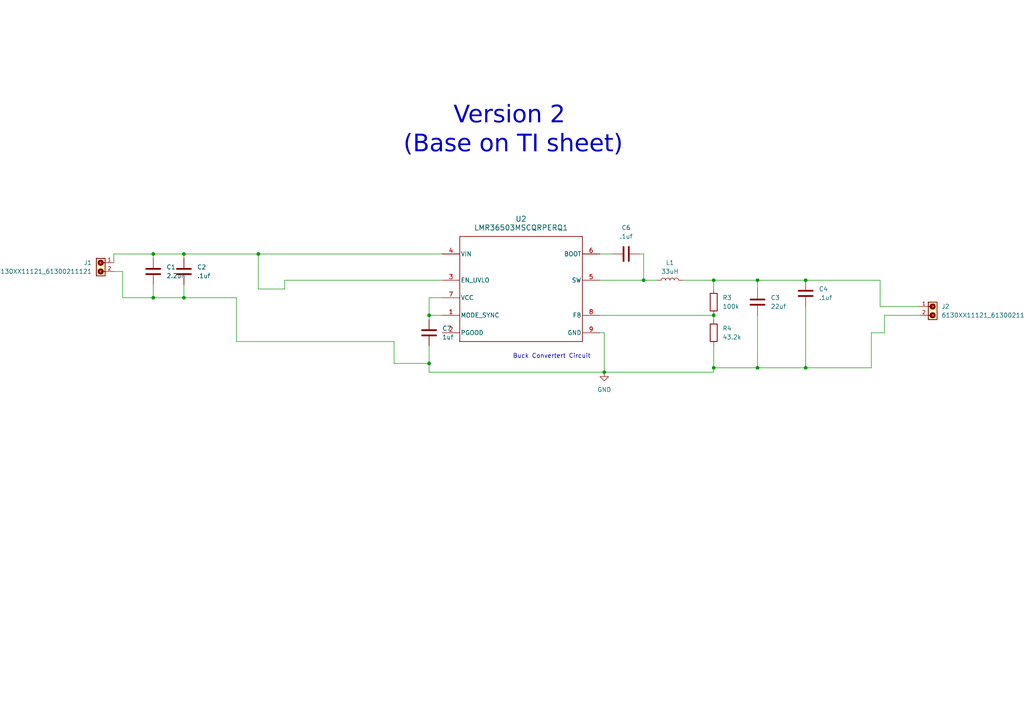
<source format=kicad_sch>
(kicad_sch
	(version 20250114)
	(generator "eeschema")
	(generator_version "9.0")
	(uuid "bdf6257c-2776-4eb2-b9b9-0c404f010e8c")
	(paper "A4")
	(lib_symbols
		(symbol "2025-04-22_21-11-27:LMR36503MSCQRPERQ1"
			(pin_names
				(offset 0.254)
			)
			(exclude_from_sim no)
			(in_bom yes)
			(on_board yes)
			(property "Reference" "U"
				(at 0 2.54 0)
				(effects
					(font
						(size 1.524 1.524)
					)
				)
			)
			(property "Value" "LMR36503MSCQRPERQ1"
				(at 0 0 0)
				(effects
					(font
						(size 1.524 1.524)
					)
				)
			)
			(property "Footprint" "RPE0009A"
				(at 0 0 0)
				(effects
					(font
						(size 1.27 1.27)
						(italic yes)
					)
					(hide yes)
				)
			)
			(property "Datasheet" "LMR36503MSCQRPERQ1"
				(at 0 0 0)
				(effects
					(font
						(size 1.27 1.27)
						(italic yes)
					)
					(hide yes)
				)
			)
			(property "Description" ""
				(at 0 0 0)
				(effects
					(font
						(size 1.27 1.27)
					)
					(hide yes)
				)
			)
			(property "ki_locked" ""
				(at 0 0 0)
				(effects
					(font
						(size 1.27 1.27)
					)
				)
			)
			(property "ki_keywords" "LMR36503MSCQRPERQ1"
				(at 0 0 0)
				(effects
					(font
						(size 1.27 1.27)
					)
					(hide yes)
				)
			)
			(property "ki_fp_filters" "RPE0009A"
				(at 0 0 0)
				(effects
					(font
						(size 1.27 1.27)
					)
					(hide yes)
				)
			)
			(symbol "LMR36503MSCQRPERQ1_0_1"
				(polyline
					(pts
						(xy -17.78 15.24) (xy -17.78 -15.24)
					)
					(stroke
						(width 0.2032)
						(type default)
					)
					(fill
						(type none)
					)
				)
				(polyline
					(pts
						(xy -17.78 -15.24) (xy 17.78 -15.24)
					)
					(stroke
						(width 0.2032)
						(type default)
					)
					(fill
						(type none)
					)
				)
				(polyline
					(pts
						(xy 17.78 15.24) (xy -17.78 15.24)
					)
					(stroke
						(width 0.2032)
						(type default)
					)
					(fill
						(type none)
					)
				)
				(polyline
					(pts
						(xy 17.78 -15.24) (xy 17.78 15.24)
					)
					(stroke
						(width 0.2032)
						(type default)
					)
					(fill
						(type none)
					)
				)
				(pin power_in line
					(at -22.86 10.16 0)
					(length 5.08)
					(name "VIN"
						(effects
							(font
								(size 1.27 1.27)
							)
						)
					)
					(number "4"
						(effects
							(font
								(size 1.27 1.27)
							)
						)
					)
				)
				(pin unspecified line
					(at -22.86 2.54 0)
					(length 5.08)
					(name "EN_UVLO"
						(effects
							(font
								(size 1.27 1.27)
							)
						)
					)
					(number "3"
						(effects
							(font
								(size 1.27 1.27)
							)
						)
					)
				)
				(pin power_in line
					(at -22.86 -2.54 0)
					(length 5.08)
					(name "VCC"
						(effects
							(font
								(size 1.27 1.27)
							)
						)
					)
					(number "7"
						(effects
							(font
								(size 1.27 1.27)
							)
						)
					)
				)
				(pin input line
					(at -22.86 -7.62 0)
					(length 5.08)
					(name "MODE_SYNC"
						(effects
							(font
								(size 1.27 1.27)
							)
						)
					)
					(number "1"
						(effects
							(font
								(size 1.27 1.27)
							)
						)
					)
				)
				(pin output line
					(at -22.86 -12.7 0)
					(length 5.08)
					(name "PGOOD"
						(effects
							(font
								(size 1.27 1.27)
							)
						)
					)
					(number "2"
						(effects
							(font
								(size 1.27 1.27)
							)
						)
					)
				)
				(pin unspecified line
					(at 22.86 10.16 180)
					(length 5.08)
					(name "BOOT"
						(effects
							(font
								(size 1.27 1.27)
							)
						)
					)
					(number "6"
						(effects
							(font
								(size 1.27 1.27)
							)
						)
					)
				)
				(pin power_in line
					(at 22.86 2.54 180)
					(length 5.08)
					(name "SW"
						(effects
							(font
								(size 1.27 1.27)
							)
						)
					)
					(number "5"
						(effects
							(font
								(size 1.27 1.27)
							)
						)
					)
				)
				(pin unspecified line
					(at 22.86 -7.62 180)
					(length 5.08)
					(name "FB"
						(effects
							(font
								(size 1.27 1.27)
							)
						)
					)
					(number "8"
						(effects
							(font
								(size 1.27 1.27)
							)
						)
					)
				)
				(pin power_in line
					(at 22.86 -12.7 180)
					(length 5.08)
					(name "GND"
						(effects
							(font
								(size 1.27 1.27)
							)
						)
					)
					(number "9"
						(effects
							(font
								(size 1.27 1.27)
							)
						)
					)
				)
			)
			(embedded_fonts no)
		)
		(symbol "6130XX11121_61300211121:6130XX11121_61300211121"
			(pin_names
				(offset 1.016)
			)
			(exclude_from_sim no)
			(in_bom yes)
			(on_board yes)
			(property "Reference" "J"
				(at -5.08 -1.778 0)
				(effects
					(font
						(size 1.27 1.27)
					)
					(justify right bottom)
				)
			)
			(property "Value" "6130XX11121_61300211121"
				(at -5.08 -5.08 0)
				(effects
					(font
						(size 1.27 1.27)
					)
					(justify right bottom)
				)
			)
			(property "Footprint" "6130XX11121_61300211121:61300211121"
				(at 0 0 0)
				(effects
					(font
						(size 1.27 1.27)
					)
					(justify bottom)
					(hide yes)
				)
			)
			(property "Datasheet" ""
				(at 0 0 0)
				(effects
					(font
						(size 1.27 1.27)
					)
					(hide yes)
				)
			)
			(property "Description" ""
				(at 0 0 0)
				(effects
					(font
						(size 1.27 1.27)
					)
					(hide yes)
				)
			)
			(symbol "6130XX11121_61300211121_0_0"
				(rectangle
					(start -3.81 -2.54)
					(end 1.27 0)
					(stroke
						(width 0.254)
						(type default)
					)
					(fill
						(type background)
					)
				)
				(circle
					(center -2.54 -1.27)
					(radius 0.254)
					(stroke
						(width 0.635)
						(type default)
					)
					(fill
						(type none)
					)
				)
				(polyline
					(pts
						(xy -2.54 -1.27) (xy -2.54 -2.54)
					)
					(stroke
						(width 0.254)
						(type default)
					)
					(fill
						(type none)
					)
				)
				(polyline
					(pts
						(xy 0 -1.27) (xy 0 -2.54)
					)
					(stroke
						(width 0.254)
						(type default)
					)
					(fill
						(type none)
					)
				)
				(circle
					(center 0 -1.27)
					(radius 0.254)
					(stroke
						(width 0.635)
						(type default)
					)
					(fill
						(type none)
					)
				)
				(pin passive line
					(at -2.54 -5.08 90)
					(length 2.54)
					(name "~"
						(effects
							(font
								(size 1.016 1.016)
							)
						)
					)
					(number "1"
						(effects
							(font
								(size 1.016 1.016)
							)
						)
					)
				)
				(pin passive line
					(at 0 -5.08 90)
					(length 2.54)
					(name "~"
						(effects
							(font
								(size 1.016 1.016)
							)
						)
					)
					(number "2"
						(effects
							(font
								(size 1.016 1.016)
							)
						)
					)
				)
			)
			(embedded_fonts no)
		)
		(symbol "Device:C"
			(pin_numbers
				(hide yes)
			)
			(pin_names
				(offset 0.254)
			)
			(exclude_from_sim no)
			(in_bom yes)
			(on_board yes)
			(property "Reference" "C"
				(at 0.635 2.54 0)
				(effects
					(font
						(size 1.27 1.27)
					)
					(justify left)
				)
			)
			(property "Value" "C"
				(at 0.635 -2.54 0)
				(effects
					(font
						(size 1.27 1.27)
					)
					(justify left)
				)
			)
			(property "Footprint" ""
				(at 0.9652 -3.81 0)
				(effects
					(font
						(size 1.27 1.27)
					)
					(hide yes)
				)
			)
			(property "Datasheet" "~"
				(at 0 0 0)
				(effects
					(font
						(size 1.27 1.27)
					)
					(hide yes)
				)
			)
			(property "Description" "Unpolarized capacitor"
				(at 0 0 0)
				(effects
					(font
						(size 1.27 1.27)
					)
					(hide yes)
				)
			)
			(property "ki_keywords" "cap capacitor"
				(at 0 0 0)
				(effects
					(font
						(size 1.27 1.27)
					)
					(hide yes)
				)
			)
			(property "ki_fp_filters" "C_*"
				(at 0 0 0)
				(effects
					(font
						(size 1.27 1.27)
					)
					(hide yes)
				)
			)
			(symbol "C_0_1"
				(polyline
					(pts
						(xy -2.032 0.762) (xy 2.032 0.762)
					)
					(stroke
						(width 0.508)
						(type default)
					)
					(fill
						(type none)
					)
				)
				(polyline
					(pts
						(xy -2.032 -0.762) (xy 2.032 -0.762)
					)
					(stroke
						(width 0.508)
						(type default)
					)
					(fill
						(type none)
					)
				)
			)
			(symbol "C_1_1"
				(pin passive line
					(at 0 3.81 270)
					(length 2.794)
					(name "~"
						(effects
							(font
								(size 1.27 1.27)
							)
						)
					)
					(number "1"
						(effects
							(font
								(size 1.27 1.27)
							)
						)
					)
				)
				(pin passive line
					(at 0 -3.81 90)
					(length 2.794)
					(name "~"
						(effects
							(font
								(size 1.27 1.27)
							)
						)
					)
					(number "2"
						(effects
							(font
								(size 1.27 1.27)
							)
						)
					)
				)
			)
			(embedded_fonts no)
		)
		(symbol "Device:L"
			(pin_numbers
				(hide yes)
			)
			(pin_names
				(offset 1.016)
				(hide yes)
			)
			(exclude_from_sim no)
			(in_bom yes)
			(on_board yes)
			(property "Reference" "L"
				(at -1.27 0 90)
				(effects
					(font
						(size 1.27 1.27)
					)
				)
			)
			(property "Value" "L"
				(at 1.905 0 90)
				(effects
					(font
						(size 1.27 1.27)
					)
				)
			)
			(property "Footprint" ""
				(at 0 0 0)
				(effects
					(font
						(size 1.27 1.27)
					)
					(hide yes)
				)
			)
			(property "Datasheet" "~"
				(at 0 0 0)
				(effects
					(font
						(size 1.27 1.27)
					)
					(hide yes)
				)
			)
			(property "Description" "Inductor"
				(at 0 0 0)
				(effects
					(font
						(size 1.27 1.27)
					)
					(hide yes)
				)
			)
			(property "ki_keywords" "inductor choke coil reactor magnetic"
				(at 0 0 0)
				(effects
					(font
						(size 1.27 1.27)
					)
					(hide yes)
				)
			)
			(property "ki_fp_filters" "Choke_* *Coil* Inductor_* L_*"
				(at 0 0 0)
				(effects
					(font
						(size 1.27 1.27)
					)
					(hide yes)
				)
			)
			(symbol "L_0_1"
				(arc
					(start 0 2.54)
					(mid 0.6323 1.905)
					(end 0 1.27)
					(stroke
						(width 0)
						(type default)
					)
					(fill
						(type none)
					)
				)
				(arc
					(start 0 1.27)
					(mid 0.6323 0.635)
					(end 0 0)
					(stroke
						(width 0)
						(type default)
					)
					(fill
						(type none)
					)
				)
				(arc
					(start 0 0)
					(mid 0.6323 -0.635)
					(end 0 -1.27)
					(stroke
						(width 0)
						(type default)
					)
					(fill
						(type none)
					)
				)
				(arc
					(start 0 -1.27)
					(mid 0.6323 -1.905)
					(end 0 -2.54)
					(stroke
						(width 0)
						(type default)
					)
					(fill
						(type none)
					)
				)
			)
			(symbol "L_1_1"
				(pin passive line
					(at 0 3.81 270)
					(length 1.27)
					(name "1"
						(effects
							(font
								(size 1.27 1.27)
							)
						)
					)
					(number "1"
						(effects
							(font
								(size 1.27 1.27)
							)
						)
					)
				)
				(pin passive line
					(at 0 -3.81 90)
					(length 1.27)
					(name "2"
						(effects
							(font
								(size 1.27 1.27)
							)
						)
					)
					(number "2"
						(effects
							(font
								(size 1.27 1.27)
							)
						)
					)
				)
			)
			(embedded_fonts no)
		)
		(symbol "Device:R"
			(pin_numbers
				(hide yes)
			)
			(pin_names
				(offset 0)
			)
			(exclude_from_sim no)
			(in_bom yes)
			(on_board yes)
			(property "Reference" "R"
				(at 2.032 0 90)
				(effects
					(font
						(size 1.27 1.27)
					)
				)
			)
			(property "Value" "R"
				(at 0 0 90)
				(effects
					(font
						(size 1.27 1.27)
					)
				)
			)
			(property "Footprint" ""
				(at -1.778 0 90)
				(effects
					(font
						(size 1.27 1.27)
					)
					(hide yes)
				)
			)
			(property "Datasheet" "~"
				(at 0 0 0)
				(effects
					(font
						(size 1.27 1.27)
					)
					(hide yes)
				)
			)
			(property "Description" "Resistor"
				(at 0 0 0)
				(effects
					(font
						(size 1.27 1.27)
					)
					(hide yes)
				)
			)
			(property "ki_keywords" "R res resistor"
				(at 0 0 0)
				(effects
					(font
						(size 1.27 1.27)
					)
					(hide yes)
				)
			)
			(property "ki_fp_filters" "R_*"
				(at 0 0 0)
				(effects
					(font
						(size 1.27 1.27)
					)
					(hide yes)
				)
			)
			(symbol "R_0_1"
				(rectangle
					(start -1.016 -2.54)
					(end 1.016 2.54)
					(stroke
						(width 0.254)
						(type default)
					)
					(fill
						(type none)
					)
				)
			)
			(symbol "R_1_1"
				(pin passive line
					(at 0 3.81 270)
					(length 1.27)
					(name "~"
						(effects
							(font
								(size 1.27 1.27)
							)
						)
					)
					(number "1"
						(effects
							(font
								(size 1.27 1.27)
							)
						)
					)
				)
				(pin passive line
					(at 0 -3.81 90)
					(length 1.27)
					(name "~"
						(effects
							(font
								(size 1.27 1.27)
							)
						)
					)
					(number "2"
						(effects
							(font
								(size 1.27 1.27)
							)
						)
					)
				)
			)
			(embedded_fonts no)
		)
		(symbol "power:GND"
			(power)
			(pin_numbers
				(hide yes)
			)
			(pin_names
				(offset 0)
				(hide yes)
			)
			(exclude_from_sim no)
			(in_bom yes)
			(on_board yes)
			(property "Reference" "#PWR"
				(at 0 -6.35 0)
				(effects
					(font
						(size 1.27 1.27)
					)
					(hide yes)
				)
			)
			(property "Value" "GND"
				(at 0 -3.81 0)
				(effects
					(font
						(size 1.27 1.27)
					)
				)
			)
			(property "Footprint" ""
				(at 0 0 0)
				(effects
					(font
						(size 1.27 1.27)
					)
					(hide yes)
				)
			)
			(property "Datasheet" ""
				(at 0 0 0)
				(effects
					(font
						(size 1.27 1.27)
					)
					(hide yes)
				)
			)
			(property "Description" "Power symbol creates a global label with name \"GND\" , ground"
				(at 0 0 0)
				(effects
					(font
						(size 1.27 1.27)
					)
					(hide yes)
				)
			)
			(property "ki_keywords" "global power"
				(at 0 0 0)
				(effects
					(font
						(size 1.27 1.27)
					)
					(hide yes)
				)
			)
			(symbol "GND_0_1"
				(polyline
					(pts
						(xy 0 0) (xy 0 -1.27) (xy 1.27 -1.27) (xy 0 -2.54) (xy -1.27 -1.27) (xy 0 -1.27)
					)
					(stroke
						(width 0)
						(type default)
					)
					(fill
						(type none)
					)
				)
			)
			(symbol "GND_1_1"
				(pin power_in line
					(at 0 0 270)
					(length 0)
					(name "~"
						(effects
							(font
								(size 1.27 1.27)
							)
						)
					)
					(number "1"
						(effects
							(font
								(size 1.27 1.27)
							)
						)
					)
				)
			)
			(embedded_fonts no)
		)
	)
	(text "Buck Convertert Circuit\n"
		(exclude_from_sim no)
		(at 160.02 103.378 0)
		(effects
			(font
				(size 1.27 1.27)
			)
		)
		(uuid "389fe0d9-fc51-4b79-8ce9-e218063cdb10")
	)
	(text "Version 2 \n(Base on TI sheet)"
		(exclude_from_sim no)
		(at 148.844 39.116 0)
		(effects
			(font
				(face "Comic Sans MS")
				(size 5 5)
			)
		)
		(uuid "f2b5bd0c-81ef-4bfe-84e3-f91a933df5f4")
	)
	(junction
		(at 124.46 91.44)
		(diameter 0)
		(color 0 0 0 0)
		(uuid "03ccab3c-9098-4e52-b3dc-58211f354f8d")
	)
	(junction
		(at 219.71 106.68)
		(diameter 0)
		(color 0 0 0 0)
		(uuid "1eadefb9-637b-4f6a-87c4-05a4122c9a0a")
	)
	(junction
		(at 207.01 81.28)
		(diameter 0)
		(color 0 0 0 0)
		(uuid "3143565e-80bc-4efa-8c18-1fb75d4ec18b")
	)
	(junction
		(at 53.34 86.36)
		(diameter 0)
		(color 0 0 0 0)
		(uuid "35ff5392-4035-4b9a-b9b3-104563ed3889")
	)
	(junction
		(at 124.46 105.41)
		(diameter 0)
		(color 0 0 0 0)
		(uuid "572d2db0-13dd-443e-a53a-689368f8fed0")
	)
	(junction
		(at 44.45 73.66)
		(diameter 0)
		(color 0 0 0 0)
		(uuid "5b95aa0c-1646-43ac-8342-b56f61d5d2e0")
	)
	(junction
		(at 233.68 106.68)
		(diameter 0)
		(color 0 0 0 0)
		(uuid "5be3cc05-a2db-4ab8-96dc-7d6d810ec8bf")
	)
	(junction
		(at 53.34 73.66)
		(diameter 0)
		(color 0 0 0 0)
		(uuid "6e11968a-5cc2-46ca-9f84-ac000e0130de")
	)
	(junction
		(at 207.01 91.44)
		(diameter 0)
		(color 0 0 0 0)
		(uuid "94eff1d6-3fa2-4500-b41f-a57c0501a9ee")
	)
	(junction
		(at 186.69 81.28)
		(diameter 0)
		(color 0 0 0 0)
		(uuid "9e2f37dd-11e6-4177-a9fb-e96eebdf0843")
	)
	(junction
		(at 219.71 81.28)
		(diameter 0)
		(color 0 0 0 0)
		(uuid "b1e99aec-8776-4519-9285-c5b0a0fe3d4e")
	)
	(junction
		(at 175.26 107.95)
		(diameter 0)
		(color 0 0 0 0)
		(uuid "b4f706a7-6fce-4e3f-8190-1bee362a2554")
	)
	(junction
		(at 207.01 106.68)
		(diameter 0)
		(color 0 0 0 0)
		(uuid "c5198bc7-f4f2-441e-9ff5-21b88e10c939")
	)
	(junction
		(at 44.45 86.36)
		(diameter 0)
		(color 0 0 0 0)
		(uuid "d0cd9bd7-1685-4773-a38e-292e30d22688")
	)
	(junction
		(at 233.68 81.28)
		(diameter 0)
		(color 0 0 0 0)
		(uuid "e8ec71d1-f1bd-43c1-a8ca-aa8270ff8eec")
	)
	(junction
		(at 74.93 73.66)
		(diameter 0)
		(color 0 0 0 0)
		(uuid "eddb3e2d-83f0-4cf5-8a77-75fc726e6f90")
	)
	(wire
		(pts
			(xy 74.93 73.66) (xy 128.27 73.66)
		)
		(stroke
			(width 0)
			(type default)
		)
		(uuid "008008d0-7214-4dbf-8b3f-9fa3a3ab0bd5")
	)
	(wire
		(pts
			(xy 53.34 73.66) (xy 74.93 73.66)
		)
		(stroke
			(width 0)
			(type default)
		)
		(uuid "07eb51b0-8ced-4f93-8620-b53cc3792ea0")
	)
	(wire
		(pts
			(xy 173.99 73.66) (xy 177.8 73.66)
		)
		(stroke
			(width 0)
			(type default)
		)
		(uuid "088fded6-a731-44fc-a8fa-4635e49f2577")
	)
	(wire
		(pts
			(xy 233.68 106.68) (xy 252.73 106.68)
		)
		(stroke
			(width 0)
			(type default)
		)
		(uuid "0b267266-3e00-4fc9-808a-d8da1113ab98")
	)
	(wire
		(pts
			(xy 175.26 107.95) (xy 207.01 107.95)
		)
		(stroke
			(width 0)
			(type default)
		)
		(uuid "0f46a61c-9ab0-4c4f-8986-35bcfdda9d58")
	)
	(wire
		(pts
			(xy 124.46 86.36) (xy 124.46 91.44)
		)
		(stroke
			(width 0)
			(type default)
		)
		(uuid "1f710c53-e852-4cb3-9a82-fc530d9111ae")
	)
	(wire
		(pts
			(xy 233.68 81.28) (xy 255.27 81.28)
		)
		(stroke
			(width 0)
			(type default)
		)
		(uuid "29b020e5-c66a-4505-bd19-7974d354386b")
	)
	(wire
		(pts
			(xy 128.27 86.36) (xy 124.46 86.36)
		)
		(stroke
			(width 0)
			(type default)
		)
		(uuid "2b15ccef-32e8-44bc-9528-13f0d460ae39")
	)
	(wire
		(pts
			(xy 44.45 86.36) (xy 53.34 86.36)
		)
		(stroke
			(width 0)
			(type default)
		)
		(uuid "2d748137-36a7-4b81-97e0-2a288f7c4253")
	)
	(wire
		(pts
			(xy 124.46 100.33) (xy 124.46 105.41)
		)
		(stroke
			(width 0)
			(type default)
		)
		(uuid "34f73ba3-36bc-414a-9272-3d98af82876b")
	)
	(wire
		(pts
			(xy 44.45 82.55) (xy 44.45 86.36)
		)
		(stroke
			(width 0)
			(type default)
		)
		(uuid "3831a9cb-c9cf-491f-a62f-63707b81b121")
	)
	(wire
		(pts
			(xy 175.26 96.52) (xy 175.26 107.95)
		)
		(stroke
			(width 0)
			(type default)
		)
		(uuid "3bcc272b-68be-4fe9-b202-24b23f60aad3")
	)
	(wire
		(pts
			(xy 124.46 91.44) (xy 124.46 92.71)
		)
		(stroke
			(width 0)
			(type default)
		)
		(uuid "3dc1eea7-8cb1-472a-b871-1ee63d9b187e")
	)
	(wire
		(pts
			(xy 255.27 88.9) (xy 266.7 88.9)
		)
		(stroke
			(width 0)
			(type default)
		)
		(uuid "40902d58-434c-4088-abba-a72c749b3aac")
	)
	(wire
		(pts
			(xy 173.99 96.52) (xy 175.26 96.52)
		)
		(stroke
			(width 0)
			(type default)
		)
		(uuid "44ddb89f-6bd4-4dfc-a7e3-d740aea72c41")
	)
	(wire
		(pts
			(xy 53.34 73.66) (xy 44.45 73.66)
		)
		(stroke
			(width 0)
			(type default)
		)
		(uuid "4689fd08-68df-4ee7-b7fc-c502eda929bc")
	)
	(wire
		(pts
			(xy 35.56 78.74) (xy 35.56 86.36)
		)
		(stroke
			(width 0)
			(type default)
		)
		(uuid "47a0e949-0473-44f3-b4ca-d04d6c2452f1")
	)
	(wire
		(pts
			(xy 124.46 107.95) (xy 175.26 107.95)
		)
		(stroke
			(width 0)
			(type default)
		)
		(uuid "4b69a775-6c5a-43b8-84c4-a55b8854b76e")
	)
	(wire
		(pts
			(xy 33.02 73.66) (xy 33.02 76.2)
		)
		(stroke
			(width 0)
			(type default)
		)
		(uuid "4bb79d2a-ed80-4ae7-bae2-d53a1009f276")
	)
	(wire
		(pts
			(xy 256.54 91.44) (xy 256.54 96.52)
		)
		(stroke
			(width 0)
			(type default)
		)
		(uuid "50dd89b2-64fa-4a87-af96-a90e9b4a0c2b")
	)
	(wire
		(pts
			(xy 35.56 86.36) (xy 44.45 86.36)
		)
		(stroke
			(width 0)
			(type default)
		)
		(uuid "54490e34-1afd-4683-9fd7-74f601b5b01d")
	)
	(wire
		(pts
			(xy 68.58 86.36) (xy 68.58 99.06)
		)
		(stroke
			(width 0)
			(type default)
		)
		(uuid "5ce16d10-3693-46a1-bee0-0eba799bf2af")
	)
	(wire
		(pts
			(xy 53.34 82.55) (xy 53.34 86.36)
		)
		(stroke
			(width 0)
			(type default)
		)
		(uuid "5d2be5c7-fba1-4e49-86b0-80cfa110d330")
	)
	(wire
		(pts
			(xy 128.27 81.28) (xy 82.55 81.28)
		)
		(stroke
			(width 0)
			(type default)
		)
		(uuid "6437b0c2-5897-4a25-84c0-b33f2f3cd9ab")
	)
	(wire
		(pts
			(xy 185.42 73.66) (xy 186.69 73.66)
		)
		(stroke
			(width 0)
			(type default)
		)
		(uuid "665ebef6-11c9-4143-81c3-1ed20fc08ad6")
	)
	(wire
		(pts
			(xy 173.99 81.28) (xy 186.69 81.28)
		)
		(stroke
			(width 0)
			(type default)
		)
		(uuid "66be6fcb-f657-46ac-8b06-029af56175fc")
	)
	(wire
		(pts
			(xy 266.7 91.44) (xy 256.54 91.44)
		)
		(stroke
			(width 0)
			(type default)
		)
		(uuid "73943d18-0965-4a5f-9824-4e293fbcf5cb")
	)
	(wire
		(pts
			(xy 186.69 81.28) (xy 186.69 73.66)
		)
		(stroke
			(width 0)
			(type default)
		)
		(uuid "747d66d3-f711-46a0-ac9a-d91bca3ec531")
	)
	(wire
		(pts
			(xy 82.55 81.28) (xy 82.55 83.82)
		)
		(stroke
			(width 0)
			(type default)
		)
		(uuid "7635bb88-d574-483c-a62e-a668c5d76060")
	)
	(wire
		(pts
			(xy 219.71 83.82) (xy 219.71 81.28)
		)
		(stroke
			(width 0)
			(type default)
		)
		(uuid "7a436f57-efcf-4e04-987d-b8f33d4b8df9")
	)
	(wire
		(pts
			(xy 252.73 96.52) (xy 256.54 96.52)
		)
		(stroke
			(width 0)
			(type default)
		)
		(uuid "7b780ae8-57e7-4647-aa69-1291ec2dc979")
	)
	(wire
		(pts
			(xy 114.3 99.06) (xy 114.3 105.41)
		)
		(stroke
			(width 0)
			(type default)
		)
		(uuid "7f27b7bd-2f01-4228-a5ff-b53c48d3c9fc")
	)
	(wire
		(pts
			(xy 33.02 73.66) (xy 44.45 73.66)
		)
		(stroke
			(width 0)
			(type default)
		)
		(uuid "8993ce6b-0789-477e-a6ba-56ee31a0db00")
	)
	(wire
		(pts
			(xy 207.01 83.82) (xy 207.01 81.28)
		)
		(stroke
			(width 0)
			(type default)
		)
		(uuid "8a9848d2-6856-4107-9f68-1501f5bf1ac5")
	)
	(wire
		(pts
			(xy 44.45 73.66) (xy 44.45 74.93)
		)
		(stroke
			(width 0)
			(type default)
		)
		(uuid "9280110d-1fbe-4f08-9359-48660a92530f")
	)
	(wire
		(pts
			(xy 53.34 73.66) (xy 53.34 74.93)
		)
		(stroke
			(width 0)
			(type default)
		)
		(uuid "93d5c29b-582d-4192-9ec4-dffe4cfccb22")
	)
	(wire
		(pts
			(xy 190.5 81.28) (xy 186.69 81.28)
		)
		(stroke
			(width 0)
			(type default)
		)
		(uuid "9a0c8a5a-3b99-431e-9b96-9765d682c2ca")
	)
	(wire
		(pts
			(xy 207.01 107.95) (xy 207.01 106.68)
		)
		(stroke
			(width 0)
			(type default)
		)
		(uuid "9ad4f2de-b1ac-4545-a2d3-95da96f18910")
	)
	(wire
		(pts
			(xy 53.34 86.36) (xy 68.58 86.36)
		)
		(stroke
			(width 0)
			(type default)
		)
		(uuid "9aecc7a6-52cf-4ea1-aa9f-484710c1d2d8")
	)
	(wire
		(pts
			(xy 124.46 105.41) (xy 114.3 105.41)
		)
		(stroke
			(width 0)
			(type default)
		)
		(uuid "9bf2f4ad-c2ea-4f96-a231-9564a3597000")
	)
	(wire
		(pts
			(xy 33.02 78.74) (xy 35.56 78.74)
		)
		(stroke
			(width 0)
			(type default)
		)
		(uuid "9cac5e2c-d239-43bf-b2f0-4c071378d446")
	)
	(wire
		(pts
			(xy 207.01 81.28) (xy 219.71 81.28)
		)
		(stroke
			(width 0)
			(type default)
		)
		(uuid "9d101195-a7f0-4704-9412-a963a482ad9c")
	)
	(wire
		(pts
			(xy 124.46 107.95) (xy 124.46 105.41)
		)
		(stroke
			(width 0)
			(type default)
		)
		(uuid "a035171d-abc9-4977-be7f-e4f9d9c2e981")
	)
	(wire
		(pts
			(xy 207.01 81.28) (xy 198.12 81.28)
		)
		(stroke
			(width 0)
			(type default)
		)
		(uuid "b84998cd-2408-40a9-9d55-cae141e68860")
	)
	(wire
		(pts
			(xy 233.68 88.9) (xy 233.68 106.68)
		)
		(stroke
			(width 0)
			(type default)
		)
		(uuid "b84a245b-b78b-4c31-9e5c-c52daafd0307")
	)
	(wire
		(pts
			(xy 82.55 83.82) (xy 74.93 83.82)
		)
		(stroke
			(width 0)
			(type default)
		)
		(uuid "bad3db9e-12db-4104-9cfd-0ba2579a6607")
	)
	(wire
		(pts
			(xy 207.01 106.68) (xy 219.71 106.68)
		)
		(stroke
			(width 0)
			(type default)
		)
		(uuid "bb5e70f5-4549-4f24-836c-60902e35bc1d")
	)
	(wire
		(pts
			(xy 207.01 91.44) (xy 207.01 92.71)
		)
		(stroke
			(width 0)
			(type default)
		)
		(uuid "cde8dd7c-cd9b-4b5e-a205-7a851b374098")
	)
	(wire
		(pts
			(xy 252.73 106.68) (xy 252.73 96.52)
		)
		(stroke
			(width 0)
			(type default)
		)
		(uuid "d23c66b1-c9f6-446c-8a79-51f6e4464c6d")
	)
	(wire
		(pts
			(xy 219.71 81.28) (xy 233.68 81.28)
		)
		(stroke
			(width 0)
			(type default)
		)
		(uuid "d3f5e87f-c4af-47d9-a40c-9d143895839e")
	)
	(wire
		(pts
			(xy 68.58 99.06) (xy 114.3 99.06)
		)
		(stroke
			(width 0)
			(type default)
		)
		(uuid "d41a9b0d-7d03-4d7e-98ad-43cc85e5acad")
	)
	(wire
		(pts
			(xy 255.27 81.28) (xy 255.27 88.9)
		)
		(stroke
			(width 0)
			(type default)
		)
		(uuid "d6f25748-1049-4482-96c0-d449b4ff7e90")
	)
	(wire
		(pts
			(xy 173.99 91.44) (xy 207.01 91.44)
		)
		(stroke
			(width 0)
			(type default)
		)
		(uuid "dc080697-3f8e-4a61-9f16-48050b97faf0")
	)
	(wire
		(pts
			(xy 124.46 91.44) (xy 128.27 91.44)
		)
		(stroke
			(width 0)
			(type default)
		)
		(uuid "e03b2160-b075-47c5-9668-512886890bdc")
	)
	(wire
		(pts
			(xy 219.71 106.68) (xy 233.68 106.68)
		)
		(stroke
			(width 0)
			(type default)
		)
		(uuid "e715bf5c-7c84-4505-bf14-c2e431a9a71c")
	)
	(wire
		(pts
			(xy 74.93 73.66) (xy 74.93 83.82)
		)
		(stroke
			(width 0)
			(type default)
		)
		(uuid "eb2d9732-cbbf-4772-a3de-c6c27458c2a5")
	)
	(wire
		(pts
			(xy 219.71 91.44) (xy 219.71 106.68)
		)
		(stroke
			(width 0)
			(type default)
		)
		(uuid "ebfb5b3c-c494-4c47-a07d-05a740d04b9d")
	)
	(wire
		(pts
			(xy 207.01 100.33) (xy 207.01 106.68)
		)
		(stroke
			(width 0)
			(type default)
		)
		(uuid "fa958119-42cb-4a04-9309-6b0106ef5063")
	)
	(symbol
		(lib_id "6130XX11121_61300211121:6130XX11121_61300211121")
		(at 27.94 78.74 90)
		(mirror x)
		(unit 1)
		(exclude_from_sim no)
		(in_bom yes)
		(on_board yes)
		(dnp no)
		(uuid "04c524e4-53e4-47e5-9838-b00e3b7cf256")
		(property "Reference" "J1"
			(at 26.67 76.1999 90)
			(effects
				(font
					(size 1.27 1.27)
				)
				(justify left)
			)
		)
		(property "Value" "6130XX11121_61300211121"
			(at 26.67 78.7399 90)
			(effects
				(font
					(size 1.27 1.27)
				)
				(justify left)
			)
		)
		(property "Footprint" "61300211121:61300211121"
			(at 27.94 78.74 0)
			(effects
				(font
					(size 1.27 1.27)
				)
				(justify bottom)
				(hide yes)
			)
		)
		(property "Datasheet" ""
			(at 27.94 78.74 0)
			(effects
				(font
					(size 1.27 1.27)
				)
				(hide yes)
			)
		)
		(property "Description" ""
			(at 27.94 78.74 0)
			(effects
				(font
					(size 1.27 1.27)
				)
				(hide yes)
			)
		)
		(pin "2"
			(uuid "32d3e04f-31f7-48f8-a4ee-6d45c421ecc0")
		)
		(pin "1"
			(uuid "a19aae83-65ac-4902-b48e-713582513cb1")
		)
		(instances
			(project "9-3.3VBuck(from TI)"
				(path "/bdf6257c-2776-4eb2-b9b9-0c404f010e8c"
					(reference "J1")
					(unit 1)
				)
			)
		)
	)
	(symbol
		(lib_id "Device:C")
		(at 124.46 96.52 0)
		(unit 1)
		(exclude_from_sim no)
		(in_bom yes)
		(on_board yes)
		(dnp no)
		(fields_autoplaced yes)
		(uuid "05fc599e-7e2f-477e-b8da-8fe5d8b0f3eb")
		(property "Reference" "C7"
			(at 128.27 95.2499 0)
			(effects
				(font
					(size 1.27 1.27)
				)
				(justify left)
			)
		)
		(property "Value" "1uf"
			(at 128.27 97.7899 0)
			(effects
				(font
					(size 1.27 1.27)
				)
				(justify left)
			)
		)
		(property "Footprint" "Capacitor_SMD:C_0603_1608Metric"
			(at 125.4252 100.33 0)
			(effects
				(font
					(size 1.27 1.27)
				)
				(hide yes)
			)
		)
		(property "Datasheet" "~"
			(at 124.46 96.52 0)
			(effects
				(font
					(size 1.27 1.27)
				)
				(hide yes)
			)
		)
		(property "Description" "Unpolarized capacitor"
			(at 124.46 96.52 0)
			(effects
				(font
					(size 1.27 1.27)
				)
				(hide yes)
			)
		)
		(property "LCSC" "C93816"
			(at 124.46 96.52 0)
			(effects
				(font
					(size 1.27 1.27)
				)
				(hide yes)
			)
		)
		(pin "2"
			(uuid "069271cb-5779-42d8-b32e-38a434a373d2")
		)
		(pin "1"
			(uuid "ba23d5db-82a3-4101-8e7e-206174982844")
		)
		(instances
			(project "9-3.3VBuck(from TI)"
				(path "/bdf6257c-2776-4eb2-b9b9-0c404f010e8c"
					(reference "C7")
					(unit 1)
				)
			)
		)
	)
	(symbol
		(lib_id "Device:C")
		(at 219.71 87.63 0)
		(unit 1)
		(exclude_from_sim no)
		(in_bom yes)
		(on_board yes)
		(dnp no)
		(fields_autoplaced yes)
		(uuid "143b5644-c29a-42c4-910b-667f04045fec")
		(property "Reference" "C3"
			(at 223.52 86.3599 0)
			(effects
				(font
					(size 1.27 1.27)
				)
				(justify left)
			)
		)
		(property "Value" "22uf"
			(at 223.52 88.8999 0)
			(effects
				(font
					(size 1.27 1.27)
				)
				(justify left)
			)
		)
		(property "Footprint" "GCM32ER71C226KE19L:CAPC3225X270N"
			(at 220.6752 91.44 0)
			(effects
				(font
					(size 1.27 1.27)
				)
				(hide yes)
			)
		)
		(property "Datasheet" "~"
			(at 219.71 87.63 0)
			(effects
				(font
					(size 1.27 1.27)
				)
				(hide yes)
			)
		)
		(property "Description" "Unpolarized capacitor"
			(at 219.71 87.63 0)
			(effects
				(font
					(size 1.27 1.27)
				)
				(hide yes)
			)
		)
		(property "LCSC" "C126614"
			(at 219.71 87.63 0)
			(effects
				(font
					(size 1.27 1.27)
				)
				(hide yes)
			)
		)
		(pin "2"
			(uuid "9aa4aa22-613f-40b2-97d5-c42845ed80b3")
		)
		(pin "1"
			(uuid "80a5840d-e962-46a8-94ec-2392bd13b41e")
		)
		(instances
			(project "9-3.3VBuck(from TI)"
				(path "/bdf6257c-2776-4eb2-b9b9-0c404f010e8c"
					(reference "C3")
					(unit 1)
				)
			)
		)
	)
	(symbol
		(lib_id "Device:C")
		(at 44.45 78.74 0)
		(unit 1)
		(exclude_from_sim no)
		(in_bom yes)
		(on_board yes)
		(dnp no)
		(fields_autoplaced yes)
		(uuid "1a50979b-90ec-4e4f-8f9f-f29076f3f21d")
		(property "Reference" "C1"
			(at 48.26 77.4699 0)
			(effects
				(font
					(size 1.27 1.27)
				)
				(justify left)
			)
		)
		(property "Value" "2.2uf"
			(at 48.26 80.0099 0)
			(effects
				(font
					(size 1.27 1.27)
				)
				(justify left)
			)
		)
		(property "Footprint" "Capacitor_SMD:C_0805_2012Metric"
			(at 45.4152 82.55 0)
			(effects
				(font
					(size 1.27 1.27)
				)
				(hide yes)
			)
		)
		(property "Datasheet" "~"
			(at 44.45 78.74 0)
			(effects
				(font
					(size 1.27 1.27)
				)
				(hide yes)
			)
		)
		(property "Description" "Unpolarized capacitor"
			(at 44.45 78.74 0)
			(effects
				(font
					(size 1.27 1.27)
				)
				(hide yes)
			)
		)
		(property "LCSC" " C125847 "
			(at 44.45 78.74 0)
			(effects
				(font
					(size 1.27 1.27)
				)
				(hide yes)
			)
		)
		(pin "2"
			(uuid "d6b476e4-d78a-4922-9aa7-adda53831755")
		)
		(pin "1"
			(uuid "55f985c3-7007-4e9c-8e5d-4dd126da7d78")
		)
		(instances
			(project "9-3.3VBuck(from TI)"
				(path "/bdf6257c-2776-4eb2-b9b9-0c404f010e8c"
					(reference "C1")
					(unit 1)
				)
			)
		)
	)
	(symbol
		(lib_id "power:GND")
		(at 175.26 107.95 0)
		(unit 1)
		(exclude_from_sim no)
		(in_bom yes)
		(on_board yes)
		(dnp no)
		(fields_autoplaced yes)
		(uuid "24cca894-154b-4828-83ec-0060cde0ecec")
		(property "Reference" "#PWR01"
			(at 175.26 114.3 0)
			(effects
				(font
					(size 1.27 1.27)
				)
				(hide yes)
			)
		)
		(property "Value" "GND"
			(at 175.26 113.03 0)
			(effects
				(font
					(size 1.27 1.27)
				)
			)
		)
		(property "Footprint" ""
			(at 175.26 107.95 0)
			(effects
				(font
					(size 1.27 1.27)
				)
				(hide yes)
			)
		)
		(property "Datasheet" ""
			(at 175.26 107.95 0)
			(effects
				(font
					(size 1.27 1.27)
				)
				(hide yes)
			)
		)
		(property "Description" "Power symbol creates a global label with name \"GND\" , ground"
			(at 175.26 107.95 0)
			(effects
				(font
					(size 1.27 1.27)
				)
				(hide yes)
			)
		)
		(pin "1"
			(uuid "68f7714c-3f1e-4892-9785-2666fd2e2844")
		)
		(instances
			(project "9-3.3VBuck(from TI)"
				(path "/bdf6257c-2776-4eb2-b9b9-0c404f010e8c"
					(reference "#PWR01")
					(unit 1)
				)
			)
		)
	)
	(symbol
		(lib_id "2025-04-22_21-11-27:LMR36503MSCQRPERQ1")
		(at 151.13 83.82 0)
		(unit 1)
		(exclude_from_sim no)
		(in_bom yes)
		(on_board yes)
		(dnp no)
		(fields_autoplaced yes)
		(uuid "55d0ec4c-7139-4cd7-942d-c8a0266178a0")
		(property "Reference" "U2"
			(at 151.13 63.5 0)
			(effects
				(font
					(size 1.524 1.524)
				)
			)
		)
		(property "Value" "LMR36503MSCQRPERQ1"
			(at 151.13 66.04 0)
			(effects
				(font
					(size 1.524 1.524)
				)
			)
		)
		(property "Footprint" "footprints:RPE0009A"
			(at 151.13 83.82 0)
			(effects
				(font
					(size 1.27 1.27)
					(italic yes)
				)
				(hide yes)
			)
		)
		(property "Datasheet" "LMR36503MSCQRPERQ1"
			(at 151.13 83.82 0)
			(effects
				(font
					(size 1.27 1.27)
					(italic yes)
				)
				(hide yes)
			)
		)
		(property "Description" ""
			(at 151.13 83.82 0)
			(effects
				(font
					(size 1.27 1.27)
				)
				(hide yes)
			)
		)
		(property "LCSC" "C3190190"
			(at 151.13 83.82 0)
			(effects
				(font
					(size 1.27 1.27)
				)
				(hide yes)
			)
		)
		(pin "4"
			(uuid "eca68739-aa46-4f76-bb2c-30c7b85e8fe0")
		)
		(pin "3"
			(uuid "5cf73f1e-2781-47c8-b683-c412d283cf0a")
		)
		(pin "7"
			(uuid "f1f3794c-0d03-40f2-8d0b-daf6306028d6")
		)
		(pin "1"
			(uuid "ce6d895c-0ae5-40c6-a170-8e9a7025be62")
		)
		(pin "8"
			(uuid "026248cd-605d-40b8-9f77-648cb434c3b1")
		)
		(pin "5"
			(uuid "3c59eda3-4778-48ab-b089-3df94fa24ac0")
		)
		(pin "9"
			(uuid "c807ee92-e79e-4307-964e-a1424133c575")
		)
		(pin "2"
			(uuid "1cead704-471a-4f26-ac5d-d7a16e4b5768")
		)
		(pin "6"
			(uuid "daafcf32-87aa-41a1-acc0-ca48fc99ffeb")
		)
		(instances
			(project "9-3.3VBuck(from TI)"
				(path "/bdf6257c-2776-4eb2-b9b9-0c404f010e8c"
					(reference "U2")
					(unit 1)
				)
			)
		)
	)
	(symbol
		(lib_id "6130XX11121_61300211121:6130XX11121_61300211121")
		(at 271.78 91.44 270)
		(unit 1)
		(exclude_from_sim no)
		(in_bom yes)
		(on_board yes)
		(dnp no)
		(fields_autoplaced yes)
		(uuid "8cbd4c19-e8af-47f9-9226-79800f1e1839")
		(property "Reference" "J2"
			(at 273.05 88.8999 90)
			(effects
				(font
					(size 1.27 1.27)
				)
				(justify left)
			)
		)
		(property "Value" "6130XX11121_61300211121"
			(at 273.05 91.4399 90)
			(effects
				(font
					(size 1.27 1.27)
				)
				(justify left)
			)
		)
		(property "Footprint" "61300211121:61300211121"
			(at 271.78 91.44 0)
			(effects
				(font
					(size 1.27 1.27)
				)
				(justify bottom)
				(hide yes)
			)
		)
		(property "Datasheet" ""
			(at 271.78 91.44 0)
			(effects
				(font
					(size 1.27 1.27)
				)
				(hide yes)
			)
		)
		(property "Description" ""
			(at 271.78 91.44 0)
			(effects
				(font
					(size 1.27 1.27)
				)
				(hide yes)
			)
		)
		(pin "2"
			(uuid "90c15e4b-6282-4287-8c58-66a3dd378b98")
		)
		(pin "1"
			(uuid "2a7d45fc-c35f-4529-b4cd-76a734dda029")
		)
		(instances
			(project "9-3.3VBuck(from TI)"
				(path "/bdf6257c-2776-4eb2-b9b9-0c404f010e8c"
					(reference "J2")
					(unit 1)
				)
			)
		)
	)
	(symbol
		(lib_id "Device:L")
		(at 194.31 81.28 90)
		(unit 1)
		(exclude_from_sim no)
		(in_bom yes)
		(on_board yes)
		(dnp no)
		(fields_autoplaced yes)
		(uuid "a4a9b325-413a-47ac-bbc4-89a00f96d4ae")
		(property "Reference" "L1"
			(at 194.31 76.2 90)
			(effects
				(font
					(size 1.27 1.27)
				)
			)
		)
		(property "Value" "33uH"
			(at 194.31 78.74 90)
			(effects
				(font
					(size 1.27 1.27)
				)
			)
		)
		(property "Footprint" "SRR6038-330Y:IND_SRR6038-330Y"
			(at 194.31 81.28 0)
			(effects
				(font
					(size 1.27 1.27)
				)
				(hide yes)
			)
		)
		(property "Datasheet" "~"
			(at 194.31 81.28 0)
			(effects
				(font
					(size 1.27 1.27)
				)
				(hide yes)
			)
		)
		(property "Description" "Inductor"
			(at 194.31 81.28 0)
			(effects
				(font
					(size 1.27 1.27)
				)
				(hide yes)
			)
		)
		(property "LCSC" " C2041395 "
			(at 194.31 81.28 90)
			(effects
				(font
					(size 1.27 1.27)
				)
				(hide yes)
			)
		)
		(pin "2"
			(uuid "02368ff8-a1a6-4e75-9a8f-82b384094e24")
		)
		(pin "1"
			(uuid "0d32c24f-ef9a-44f9-b5a8-e0bf64ecea3c")
		)
		(instances
			(project "9-3.3VBuck(from TI)"
				(path "/bdf6257c-2776-4eb2-b9b9-0c404f010e8c"
					(reference "L1")
					(unit 1)
				)
			)
		)
	)
	(symbol
		(lib_id "Device:C")
		(at 53.34 78.74 0)
		(unit 1)
		(exclude_from_sim no)
		(in_bom yes)
		(on_board yes)
		(dnp no)
		(fields_autoplaced yes)
		(uuid "e913521b-af22-4eef-8578-6cbadd54d53c")
		(property "Reference" "C2"
			(at 57.15 77.4699 0)
			(effects
				(font
					(size 1.27 1.27)
				)
				(justify left)
			)
		)
		(property "Value" ".1uf"
			(at 57.15 80.0099 0)
			(effects
				(font
					(size 1.27 1.27)
				)
				(justify left)
			)
		)
		(property "Footprint" "Capacitor_SMD:C_0603_1608Metric"
			(at 54.3052 82.55 0)
			(effects
				(font
					(size 1.27 1.27)
				)
				(hide yes)
			)
		)
		(property "Datasheet" "~"
			(at 53.34 78.74 0)
			(show_name yes)
			(effects
				(font
					(size 1.27 1.27)
				)
				(hide yes)
			)
		)
		(property "Description" "Unpolarized capacitor"
			(at 53.34 78.74 0)
			(effects
				(font
					(size 1.27 1.27)
				)
				(hide yes)
			)
		)
		(property "LCSC" "C30926"
			(at 53.34 78.74 0)
			(effects
				(font
					(size 1.27 1.27)
				)
				(hide yes)
			)
		)
		(pin "2"
			(uuid "67c89cc9-ca5b-4d7b-9507-961b2b4ac4be")
		)
		(pin "1"
			(uuid "1d95bb78-15d3-49cf-9c07-1cb9847130a7")
		)
		(instances
			(project "9-3.3VBuck(from TI)"
				(path "/bdf6257c-2776-4eb2-b9b9-0c404f010e8c"
					(reference "C2")
					(unit 1)
				)
			)
		)
	)
	(symbol
		(lib_id "Device:C")
		(at 233.68 85.09 0)
		(unit 1)
		(exclude_from_sim no)
		(in_bom yes)
		(on_board yes)
		(dnp no)
		(fields_autoplaced yes)
		(uuid "f127ab26-e0d5-464d-ae54-db9d40eaa678")
		(property "Reference" "C4"
			(at 237.49 83.8199 0)
			(effects
				(font
					(size 1.27 1.27)
				)
				(justify left)
			)
		)
		(property "Value" ".1uf"
			(at 237.49 86.3599 0)
			(effects
				(font
					(size 1.27 1.27)
				)
				(justify left)
			)
		)
		(property "Footprint" "Capacitor_SMD:C_0603_1608Metric"
			(at 234.6452 88.9 0)
			(effects
				(font
					(size 1.27 1.27)
				)
				(hide yes)
			)
		)
		(property "Datasheet" "~"
			(at 233.68 85.09 0)
			(show_name yes)
			(effects
				(font
					(size 1.27 1.27)
				)
				(hide yes)
			)
		)
		(property "Description" "Unpolarized capacitor"
			(at 233.68 85.09 0)
			(effects
				(font
					(size 1.27 1.27)
				)
				(hide yes)
			)
		)
		(property "LCSC" "C30926"
			(at 233.68 85.09 0)
			(effects
				(font
					(size 1.27 1.27)
				)
				(hide yes)
			)
		)
		(pin "2"
			(uuid "9c840f98-a33b-4466-b411-c117515ad9e1")
		)
		(pin "1"
			(uuid "6d4e40ef-eb1c-4562-8d5f-c47fe127f301")
		)
		(instances
			(project "9-3.3VBuck(from TI)"
				(path "/bdf6257c-2776-4eb2-b9b9-0c404f010e8c"
					(reference "C4")
					(unit 1)
				)
			)
		)
	)
	(symbol
		(lib_id "Device:R")
		(at 207.01 87.63 0)
		(unit 1)
		(exclude_from_sim no)
		(in_bom yes)
		(on_board yes)
		(dnp no)
		(fields_autoplaced yes)
		(uuid "f6e54166-64ff-44e6-ad53-4a63d94de0e2")
		(property "Reference" "R3"
			(at 209.55 86.3599 0)
			(effects
				(font
					(size 1.27 1.27)
				)
				(justify left)
			)
		)
		(property "Value" "100k"
			(at 209.55 88.8999 0)
			(effects
				(font
					(size 1.27 1.27)
				)
				(justify left)
			)
		)
		(property "Footprint" "RC0603FR_07100KL:RESC1607X60N"
			(at 205.232 87.63 90)
			(effects
				(font
					(size 1.27 1.27)
				)
				(hide yes)
			)
		)
		(property "Datasheet" "~"
			(at 207.01 87.63 0)
			(effects
				(font
					(size 1.27 1.27)
				)
				(hide yes)
			)
		)
		(property "Description" "Resistor"
			(at 207.01 87.63 0)
			(effects
				(font
					(size 1.27 1.27)
				)
				(hide yes)
			)
		)
		(property "LCSC" "C14675"
			(at 207.01 87.63 0)
			(effects
				(font
					(size 1.27 1.27)
				)
				(hide yes)
			)
		)
		(pin "1"
			(uuid "1fe3c72f-1947-4ed2-ba65-91c719c3ff0d")
		)
		(pin "2"
			(uuid "3f896a03-99ad-4a2d-ae74-2944d1e8efb7")
		)
		(instances
			(project "9-3.3VBuck(from TI)"
				(path "/bdf6257c-2776-4eb2-b9b9-0c404f010e8c"
					(reference "R3")
					(unit 1)
				)
			)
		)
	)
	(symbol
		(lib_id "Device:C")
		(at 181.61 73.66 90)
		(unit 1)
		(exclude_from_sim no)
		(in_bom yes)
		(on_board yes)
		(dnp no)
		(fields_autoplaced yes)
		(uuid "f72457f2-5fdd-46d9-86f4-3bd958e8df2d")
		(property "Reference" "C6"
			(at 181.61 66.04 90)
			(effects
				(font
					(size 1.27 1.27)
				)
			)
		)
		(property "Value" ".1uf"
			(at 181.61 68.58 90)
			(effects
				(font
					(size 1.27 1.27)
				)
			)
		)
		(property "Footprint" "Capacitor_SMD:C_0603_1608Metric"
			(at 185.42 72.6948 0)
			(effects
				(font
					(size 1.27 1.27)
				)
				(hide yes)
			)
		)
		(property "Datasheet" "~"
			(at 181.61 73.66 0)
			(effects
				(font
					(size 1.27 1.27)
				)
				(hide yes)
			)
		)
		(property "Description" "Unpolarized capacitor"
			(at 181.61 73.66 0)
			(effects
				(font
					(size 1.27 1.27)
				)
				(hide yes)
			)
		)
		(property "LCSC" "C30926"
			(at 181.61 73.66 90)
			(effects
				(font
					(size 1.27 1.27)
				)
				(hide yes)
			)
		)
		(pin "2"
			(uuid "5442c255-71f1-40d0-b580-8d2eefb9c848")
		)
		(pin "1"
			(uuid "6ed9a992-017d-46a5-894b-daa713662b7a")
		)
		(instances
			(project "9-3.3VBuck(from TI)"
				(path "/bdf6257c-2776-4eb2-b9b9-0c404f010e8c"
					(reference "C6")
					(unit 1)
				)
			)
		)
	)
	(symbol
		(lib_id "Device:R")
		(at 207.01 96.52 0)
		(unit 1)
		(exclude_from_sim no)
		(in_bom yes)
		(on_board yes)
		(dnp no)
		(fields_autoplaced yes)
		(uuid "fd7e7a7c-8318-437a-9337-967905c58193")
		(property "Reference" "R4"
			(at 209.55 95.2499 0)
			(effects
				(font
					(size 1.27 1.27)
				)
				(justify left)
			)
		)
		(property "Value" "43.2k"
			(at 209.55 97.7899 0)
			(effects
				(font
					(size 1.27 1.27)
				)
				(justify left)
			)
		)
		(property "Footprint" "Resistor_SMD:R_0603_1608Metric"
			(at 205.232 96.52 90)
			(effects
				(font
					(size 1.27 1.27)
				)
				(hide yes)
			)
		)
		(property "Datasheet" "~"
			(at 207.01 96.52 0)
			(effects
				(font
					(size 1.27 1.27)
				)
				(hide yes)
			)
		)
		(property "Description" "Resistor"
			(at 207.01 96.52 0)
			(effects
				(font
					(size 1.27 1.27)
				)
				(hide yes)
			)
		)
		(property "JLPCB" "C140092"
			(at 207.01 96.52 0)
			(effects
				(font
					(size 1.27 1.27)
				)
				(hide yes)
			)
		)
		(pin "1"
			(uuid "221cb04b-1377-4ee1-b2c7-4da2fcf3b9a8")
		)
		(pin "2"
			(uuid "09b4947e-b305-4f4d-98fe-496976e757b3")
		)
		(instances
			(project "9-3.3VBuck(from TI)"
				(path "/bdf6257c-2776-4eb2-b9b9-0c404f010e8c"
					(reference "R4")
					(unit 1)
				)
			)
		)
	)
	(sheet_instances
		(path "/"
			(page "1")
		)
	)
	(embedded_fonts no)
)

</source>
